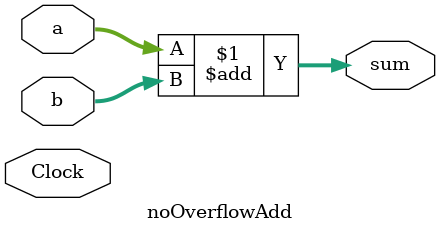
<source format=v>
`timescale 1ns / 1ps 

module noOverflowAdd
    #( parameter WIDTH_A=32,
       parameter WIDTH_B=32,
       parameter RES_WIDTH=37 )
    ( input Clock,
      input [WIDTH_A-1:0] a,
      input [WIDTH_B-1:0] b,
      output [RES_WIDTH-1:0] sum );
   /*
    // a register to hold the output of (a + b)
    reg [RES_WIDTH-1:0] s;
    // output assignment
    assign sum = s;
    
    // Next state logic
    always @(posedge Clock) begin
        s[RES_WIDTH-1:0] <= a[WIDTH_A-1:0] + b[WIDTH_B-1:0];
    end    
    */
    assign sum = a[WIDTH_A-1:0] + b[WIDTH_B-1:0];
endmodule

</source>
